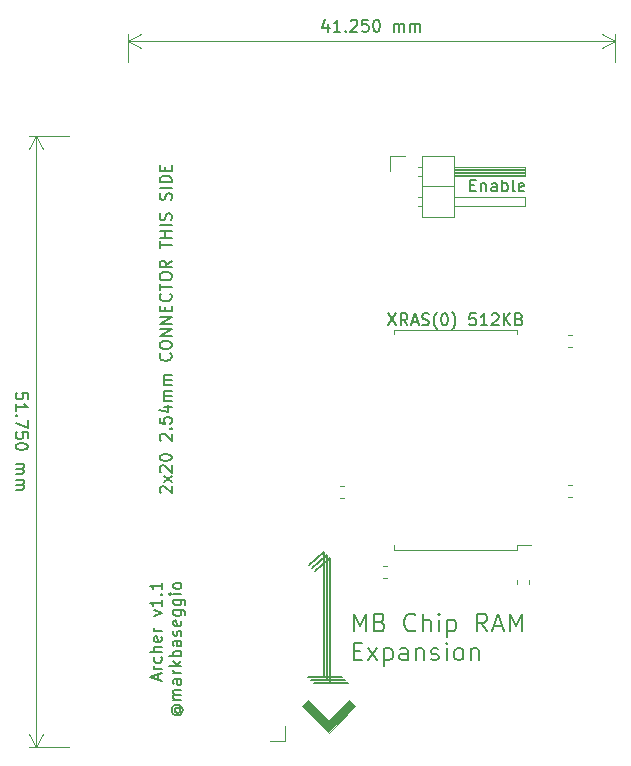
<source format=gbr>
G04 #@! TF.GenerationSoftware,KiCad,Pcbnew,(5.1.4)-1*
G04 #@! TF.CreationDate,2019-12-17T11:04:36-05:00*
G04 #@! TF.ProjectId,a500plus-chipram-expansion,61353030-706c-4757-932d-636869707261,rev?*
G04 #@! TF.SameCoordinates,Original*
G04 #@! TF.FileFunction,Legend,Top*
G04 #@! TF.FilePolarity,Positive*
%FSLAX46Y46*%
G04 Gerber Fmt 4.6, Leading zero omitted, Abs format (unit mm)*
G04 Created by KiCad (PCBNEW (5.1.4)-1) date 2019-12-17 11:04:36*
%MOMM*%
%LPD*%
G04 APERTURE LIST*
%ADD10C,0.200000*%
%ADD11C,0.150000*%
%ADD12C,0.100000*%
%ADD13C,0.120000*%
G04 APERTURE END LIST*
D10*
X85900000Y-69000000D02*
X85900000Y-79600000D01*
X84600000Y-70100000D02*
X85900000Y-69000000D01*
X84500000Y-79600000D02*
X87400000Y-79600000D01*
X85650000Y-68750000D02*
X85650000Y-79350000D01*
X84350000Y-69850000D02*
X85650000Y-68750000D01*
X84250000Y-79350000D02*
X87150000Y-79350000D01*
X85400000Y-68500000D02*
X85400000Y-79100000D01*
X84100000Y-69600000D02*
X85400000Y-68500000D01*
X84000000Y-79100000D02*
X86900000Y-79100000D01*
D11*
X71547619Y-63480952D02*
X71500000Y-63433333D01*
X71452380Y-63338095D01*
X71452380Y-63100000D01*
X71500000Y-63004761D01*
X71547619Y-62957142D01*
X71642857Y-62909523D01*
X71738095Y-62909523D01*
X71880952Y-62957142D01*
X72452380Y-63528571D01*
X72452380Y-62909523D01*
X72452380Y-62576190D02*
X71785714Y-62052380D01*
X71785714Y-62576190D02*
X72452380Y-62052380D01*
X71547619Y-61719047D02*
X71500000Y-61671428D01*
X71452380Y-61576190D01*
X71452380Y-61338095D01*
X71500000Y-61242857D01*
X71547619Y-61195238D01*
X71642857Y-61147619D01*
X71738095Y-61147619D01*
X71880952Y-61195238D01*
X72452380Y-61766666D01*
X72452380Y-61147619D01*
X71452380Y-60528571D02*
X71452380Y-60433333D01*
X71500000Y-60338095D01*
X71547619Y-60290476D01*
X71642857Y-60242857D01*
X71833333Y-60195238D01*
X72071428Y-60195238D01*
X72261904Y-60242857D01*
X72357142Y-60290476D01*
X72404761Y-60338095D01*
X72452380Y-60433333D01*
X72452380Y-60528571D01*
X72404761Y-60623809D01*
X72357142Y-60671428D01*
X72261904Y-60719047D01*
X72071428Y-60766666D01*
X71833333Y-60766666D01*
X71642857Y-60719047D01*
X71547619Y-60671428D01*
X71500000Y-60623809D01*
X71452380Y-60528571D01*
X71547619Y-59052380D02*
X71500000Y-59004761D01*
X71452380Y-58909523D01*
X71452380Y-58671428D01*
X71500000Y-58576190D01*
X71547619Y-58528571D01*
X71642857Y-58480952D01*
X71738095Y-58480952D01*
X71880952Y-58528571D01*
X72452380Y-59100000D01*
X72452380Y-58480952D01*
X72357142Y-58052380D02*
X72404761Y-58004761D01*
X72452380Y-58052380D01*
X72404761Y-58100000D01*
X72357142Y-58052380D01*
X72452380Y-58052380D01*
X71452380Y-57100000D02*
X71452380Y-57576190D01*
X71928571Y-57623809D01*
X71880952Y-57576190D01*
X71833333Y-57480952D01*
X71833333Y-57242857D01*
X71880952Y-57147619D01*
X71928571Y-57100000D01*
X72023809Y-57052380D01*
X72261904Y-57052380D01*
X72357142Y-57100000D01*
X72404761Y-57147619D01*
X72452380Y-57242857D01*
X72452380Y-57480952D01*
X72404761Y-57576190D01*
X72357142Y-57623809D01*
X71785714Y-56195238D02*
X72452380Y-56195238D01*
X71404761Y-56433333D02*
X72119047Y-56671428D01*
X72119047Y-56052380D01*
X72452380Y-55671428D02*
X71785714Y-55671428D01*
X71880952Y-55671428D02*
X71833333Y-55623809D01*
X71785714Y-55528571D01*
X71785714Y-55385714D01*
X71833333Y-55290476D01*
X71928571Y-55242857D01*
X72452380Y-55242857D01*
X71928571Y-55242857D02*
X71833333Y-55195238D01*
X71785714Y-55100000D01*
X71785714Y-54957142D01*
X71833333Y-54861904D01*
X71928571Y-54814285D01*
X72452380Y-54814285D01*
X72452380Y-54338095D02*
X71785714Y-54338095D01*
X71880952Y-54338095D02*
X71833333Y-54290476D01*
X71785714Y-54195238D01*
X71785714Y-54052380D01*
X71833333Y-53957142D01*
X71928571Y-53909523D01*
X72452380Y-53909523D01*
X71928571Y-53909523D02*
X71833333Y-53861904D01*
X71785714Y-53766666D01*
X71785714Y-53623809D01*
X71833333Y-53528571D01*
X71928571Y-53480952D01*
X72452380Y-53480952D01*
X72357142Y-51671428D02*
X72404761Y-51719047D01*
X72452380Y-51861904D01*
X72452380Y-51957142D01*
X72404761Y-52100000D01*
X72309523Y-52195238D01*
X72214285Y-52242857D01*
X72023809Y-52290476D01*
X71880952Y-52290476D01*
X71690476Y-52242857D01*
X71595238Y-52195238D01*
X71500000Y-52100000D01*
X71452380Y-51957142D01*
X71452380Y-51861904D01*
X71500000Y-51719047D01*
X71547619Y-51671428D01*
X71452380Y-51052380D02*
X71452380Y-50861904D01*
X71500000Y-50766666D01*
X71595238Y-50671428D01*
X71785714Y-50623809D01*
X72119047Y-50623809D01*
X72309523Y-50671428D01*
X72404761Y-50766666D01*
X72452380Y-50861904D01*
X72452380Y-51052380D01*
X72404761Y-51147619D01*
X72309523Y-51242857D01*
X72119047Y-51290476D01*
X71785714Y-51290476D01*
X71595238Y-51242857D01*
X71500000Y-51147619D01*
X71452380Y-51052380D01*
X72452380Y-50195238D02*
X71452380Y-50195238D01*
X72452380Y-49623809D01*
X71452380Y-49623809D01*
X72452380Y-49147619D02*
X71452380Y-49147619D01*
X72452380Y-48576190D01*
X71452380Y-48576190D01*
X71928571Y-48100000D02*
X71928571Y-47766666D01*
X72452380Y-47623809D02*
X72452380Y-48100000D01*
X71452380Y-48100000D01*
X71452380Y-47623809D01*
X72357142Y-46623809D02*
X72404761Y-46671428D01*
X72452380Y-46814285D01*
X72452380Y-46909523D01*
X72404761Y-47052380D01*
X72309523Y-47147619D01*
X72214285Y-47195238D01*
X72023809Y-47242857D01*
X71880952Y-47242857D01*
X71690476Y-47195238D01*
X71595238Y-47147619D01*
X71500000Y-47052380D01*
X71452380Y-46909523D01*
X71452380Y-46814285D01*
X71500000Y-46671428D01*
X71547619Y-46623809D01*
X71452380Y-46338095D02*
X71452380Y-45766666D01*
X72452380Y-46052380D02*
X71452380Y-46052380D01*
X71452380Y-45242857D02*
X71452380Y-45052380D01*
X71500000Y-44957142D01*
X71595238Y-44861904D01*
X71785714Y-44814285D01*
X72119047Y-44814285D01*
X72309523Y-44861904D01*
X72404761Y-44957142D01*
X72452380Y-45052380D01*
X72452380Y-45242857D01*
X72404761Y-45338095D01*
X72309523Y-45433333D01*
X72119047Y-45480952D01*
X71785714Y-45480952D01*
X71595238Y-45433333D01*
X71500000Y-45338095D01*
X71452380Y-45242857D01*
X72452380Y-43814285D02*
X71976190Y-44147619D01*
X72452380Y-44385714D02*
X71452380Y-44385714D01*
X71452380Y-44004761D01*
X71500000Y-43909523D01*
X71547619Y-43861904D01*
X71642857Y-43814285D01*
X71785714Y-43814285D01*
X71880952Y-43861904D01*
X71928571Y-43909523D01*
X71976190Y-44004761D01*
X71976190Y-44385714D01*
X71452380Y-42766666D02*
X71452380Y-42195238D01*
X72452380Y-42480952D02*
X71452380Y-42480952D01*
X72452380Y-41861904D02*
X71452380Y-41861904D01*
X71928571Y-41861904D02*
X71928571Y-41290476D01*
X72452380Y-41290476D02*
X71452380Y-41290476D01*
X72452380Y-40814285D02*
X71452380Y-40814285D01*
X72404761Y-40385714D02*
X72452380Y-40242857D01*
X72452380Y-40004761D01*
X72404761Y-39909523D01*
X72357142Y-39861904D01*
X72261904Y-39814285D01*
X72166666Y-39814285D01*
X72071428Y-39861904D01*
X72023809Y-39909523D01*
X71976190Y-40004761D01*
X71928571Y-40195238D01*
X71880952Y-40290476D01*
X71833333Y-40338095D01*
X71738095Y-40385714D01*
X71642857Y-40385714D01*
X71547619Y-40338095D01*
X71500000Y-40290476D01*
X71452380Y-40195238D01*
X71452380Y-39957142D01*
X71500000Y-39814285D01*
X72404761Y-38671428D02*
X72452380Y-38528571D01*
X72452380Y-38290476D01*
X72404761Y-38195238D01*
X72357142Y-38147619D01*
X72261904Y-38100000D01*
X72166666Y-38100000D01*
X72071428Y-38147619D01*
X72023809Y-38195238D01*
X71976190Y-38290476D01*
X71928571Y-38480952D01*
X71880952Y-38576190D01*
X71833333Y-38623809D01*
X71738095Y-38671428D01*
X71642857Y-38671428D01*
X71547619Y-38623809D01*
X71500000Y-38576190D01*
X71452380Y-38480952D01*
X71452380Y-38242857D01*
X71500000Y-38100000D01*
X72452380Y-37671428D02*
X71452380Y-37671428D01*
X72452380Y-37195238D02*
X71452380Y-37195238D01*
X71452380Y-36957142D01*
X71500000Y-36814285D01*
X71595238Y-36719047D01*
X71690476Y-36671428D01*
X71880952Y-36623809D01*
X72023809Y-36623809D01*
X72214285Y-36671428D01*
X72309523Y-36719047D01*
X72404761Y-36814285D01*
X72452380Y-36957142D01*
X72452380Y-37195238D01*
X71928571Y-36195238D02*
X71928571Y-35861904D01*
X72452380Y-35719047D02*
X72452380Y-36195238D01*
X71452380Y-36195238D01*
X71452380Y-35719047D01*
D12*
G36*
X88000000Y-81550000D02*
G01*
X85750000Y-83800000D01*
X83500000Y-81550000D01*
X84000000Y-81050000D01*
X85750000Y-82800000D01*
X87500000Y-81050000D01*
X88000000Y-81550000D01*
G37*
X88000000Y-81550000D02*
X85750000Y-83800000D01*
X83500000Y-81550000D01*
X84000000Y-81050000D01*
X85750000Y-82800000D01*
X87500000Y-81050000D01*
X88000000Y-81550000D01*
D11*
X60277619Y-55505952D02*
X60277619Y-55029761D01*
X59801428Y-54982142D01*
X59849047Y-55029761D01*
X59896666Y-55125000D01*
X59896666Y-55363095D01*
X59849047Y-55458333D01*
X59801428Y-55505952D01*
X59706190Y-55553571D01*
X59468095Y-55553571D01*
X59372857Y-55505952D01*
X59325238Y-55458333D01*
X59277619Y-55363095D01*
X59277619Y-55125000D01*
X59325238Y-55029761D01*
X59372857Y-54982142D01*
X59277619Y-56505952D02*
X59277619Y-55934523D01*
X59277619Y-56220238D02*
X60277619Y-56220238D01*
X60134761Y-56125000D01*
X60039523Y-56029761D01*
X59991904Y-55934523D01*
X59372857Y-56934523D02*
X59325238Y-56982142D01*
X59277619Y-56934523D01*
X59325238Y-56886904D01*
X59372857Y-56934523D01*
X59277619Y-56934523D01*
X60277619Y-57315476D02*
X60277619Y-57982142D01*
X59277619Y-57553571D01*
X60277619Y-58839285D02*
X60277619Y-58363095D01*
X59801428Y-58315476D01*
X59849047Y-58363095D01*
X59896666Y-58458333D01*
X59896666Y-58696428D01*
X59849047Y-58791666D01*
X59801428Y-58839285D01*
X59706190Y-58886904D01*
X59468095Y-58886904D01*
X59372857Y-58839285D01*
X59325238Y-58791666D01*
X59277619Y-58696428D01*
X59277619Y-58458333D01*
X59325238Y-58363095D01*
X59372857Y-58315476D01*
X60277619Y-59505952D02*
X60277619Y-59601190D01*
X60230000Y-59696428D01*
X60182380Y-59744047D01*
X60087142Y-59791666D01*
X59896666Y-59839285D01*
X59658571Y-59839285D01*
X59468095Y-59791666D01*
X59372857Y-59744047D01*
X59325238Y-59696428D01*
X59277619Y-59601190D01*
X59277619Y-59505952D01*
X59325238Y-59410714D01*
X59372857Y-59363095D01*
X59468095Y-59315476D01*
X59658571Y-59267857D01*
X59896666Y-59267857D01*
X60087142Y-59315476D01*
X60182380Y-59363095D01*
X60230000Y-59410714D01*
X60277619Y-59505952D01*
X59277619Y-61029761D02*
X59944285Y-61029761D01*
X59849047Y-61029761D02*
X59896666Y-61077380D01*
X59944285Y-61172619D01*
X59944285Y-61315476D01*
X59896666Y-61410714D01*
X59801428Y-61458333D01*
X59277619Y-61458333D01*
X59801428Y-61458333D02*
X59896666Y-61505952D01*
X59944285Y-61601190D01*
X59944285Y-61744047D01*
X59896666Y-61839285D01*
X59801428Y-61886904D01*
X59277619Y-61886904D01*
X59277619Y-62363095D02*
X59944285Y-62363095D01*
X59849047Y-62363095D02*
X59896666Y-62410714D01*
X59944285Y-62505952D01*
X59944285Y-62648809D01*
X59896666Y-62744047D01*
X59801428Y-62791666D01*
X59277619Y-62791666D01*
X59801428Y-62791666D02*
X59896666Y-62839285D01*
X59944285Y-62934523D01*
X59944285Y-63077380D01*
X59896666Y-63172619D01*
X59801428Y-63220238D01*
X59277619Y-63220238D01*
D13*
X61000000Y-33250000D02*
X61000000Y-85000000D01*
X63750000Y-33250000D02*
X60413579Y-33250000D01*
X63750000Y-85000000D02*
X60413579Y-85000000D01*
X61000000Y-85000000D02*
X60413579Y-83873496D01*
X61000000Y-85000000D02*
X61586421Y-83873496D01*
X61000000Y-33250000D02*
X60413579Y-34376504D01*
X61000000Y-33250000D02*
X61586421Y-34376504D01*
D11*
X85708333Y-23765714D02*
X85708333Y-24432380D01*
X85470238Y-23384761D02*
X85232142Y-24099047D01*
X85851190Y-24099047D01*
X86755952Y-24432380D02*
X86184523Y-24432380D01*
X86470238Y-24432380D02*
X86470238Y-23432380D01*
X86375000Y-23575238D01*
X86279761Y-23670476D01*
X86184523Y-23718095D01*
X87184523Y-24337142D02*
X87232142Y-24384761D01*
X87184523Y-24432380D01*
X87136904Y-24384761D01*
X87184523Y-24337142D01*
X87184523Y-24432380D01*
X87613095Y-23527619D02*
X87660714Y-23480000D01*
X87755952Y-23432380D01*
X87994047Y-23432380D01*
X88089285Y-23480000D01*
X88136904Y-23527619D01*
X88184523Y-23622857D01*
X88184523Y-23718095D01*
X88136904Y-23860952D01*
X87565476Y-24432380D01*
X88184523Y-24432380D01*
X89089285Y-23432380D02*
X88613095Y-23432380D01*
X88565476Y-23908571D01*
X88613095Y-23860952D01*
X88708333Y-23813333D01*
X88946428Y-23813333D01*
X89041666Y-23860952D01*
X89089285Y-23908571D01*
X89136904Y-24003809D01*
X89136904Y-24241904D01*
X89089285Y-24337142D01*
X89041666Y-24384761D01*
X88946428Y-24432380D01*
X88708333Y-24432380D01*
X88613095Y-24384761D01*
X88565476Y-24337142D01*
X89755952Y-23432380D02*
X89851190Y-23432380D01*
X89946428Y-23480000D01*
X89994047Y-23527619D01*
X90041666Y-23622857D01*
X90089285Y-23813333D01*
X90089285Y-24051428D01*
X90041666Y-24241904D01*
X89994047Y-24337142D01*
X89946428Y-24384761D01*
X89851190Y-24432380D01*
X89755952Y-24432380D01*
X89660714Y-24384761D01*
X89613095Y-24337142D01*
X89565476Y-24241904D01*
X89517857Y-24051428D01*
X89517857Y-23813333D01*
X89565476Y-23622857D01*
X89613095Y-23527619D01*
X89660714Y-23480000D01*
X89755952Y-23432380D01*
X91279761Y-24432380D02*
X91279761Y-23765714D01*
X91279761Y-23860952D02*
X91327380Y-23813333D01*
X91422619Y-23765714D01*
X91565476Y-23765714D01*
X91660714Y-23813333D01*
X91708333Y-23908571D01*
X91708333Y-24432380D01*
X91708333Y-23908571D02*
X91755952Y-23813333D01*
X91851190Y-23765714D01*
X91994047Y-23765714D01*
X92089285Y-23813333D01*
X92136904Y-23908571D01*
X92136904Y-24432380D01*
X92613095Y-24432380D02*
X92613095Y-23765714D01*
X92613095Y-23860952D02*
X92660714Y-23813333D01*
X92755952Y-23765714D01*
X92898809Y-23765714D01*
X92994047Y-23813333D01*
X93041666Y-23908571D01*
X93041666Y-24432380D01*
X93041666Y-23908571D02*
X93089285Y-23813333D01*
X93184523Y-23765714D01*
X93327380Y-23765714D01*
X93422619Y-23813333D01*
X93470238Y-23908571D01*
X93470238Y-24432380D01*
D13*
X68750000Y-25250000D02*
X110000000Y-25250000D01*
X68750000Y-27000000D02*
X68750000Y-24663579D01*
X110000000Y-27000000D02*
X110000000Y-24663579D01*
X110000000Y-25250000D02*
X108873496Y-25836421D01*
X110000000Y-25250000D02*
X108873496Y-24663579D01*
X68750000Y-25250000D02*
X69876504Y-25836421D01*
X68750000Y-25250000D02*
X69876504Y-24663579D01*
D11*
X71341666Y-79326071D02*
X71341666Y-78849880D01*
X71627380Y-79421309D02*
X70627380Y-79087976D01*
X71627380Y-78754642D01*
X71627380Y-78421309D02*
X70960714Y-78421309D01*
X71151190Y-78421309D02*
X71055952Y-78373690D01*
X71008333Y-78326071D01*
X70960714Y-78230833D01*
X70960714Y-78135595D01*
X71579761Y-77373690D02*
X71627380Y-77468928D01*
X71627380Y-77659404D01*
X71579761Y-77754642D01*
X71532142Y-77802261D01*
X71436904Y-77849880D01*
X71151190Y-77849880D01*
X71055952Y-77802261D01*
X71008333Y-77754642D01*
X70960714Y-77659404D01*
X70960714Y-77468928D01*
X71008333Y-77373690D01*
X71627380Y-76945119D02*
X70627380Y-76945119D01*
X71627380Y-76516547D02*
X71103571Y-76516547D01*
X71008333Y-76564166D01*
X70960714Y-76659404D01*
X70960714Y-76802261D01*
X71008333Y-76897500D01*
X71055952Y-76945119D01*
X71579761Y-75659404D02*
X71627380Y-75754642D01*
X71627380Y-75945119D01*
X71579761Y-76040357D01*
X71484523Y-76087976D01*
X71103571Y-76087976D01*
X71008333Y-76040357D01*
X70960714Y-75945119D01*
X70960714Y-75754642D01*
X71008333Y-75659404D01*
X71103571Y-75611785D01*
X71198809Y-75611785D01*
X71294047Y-76087976D01*
X71627380Y-75183214D02*
X70960714Y-75183214D01*
X71151190Y-75183214D02*
X71055952Y-75135595D01*
X71008333Y-75087976D01*
X70960714Y-74992738D01*
X70960714Y-74897500D01*
X70960714Y-73897500D02*
X71627380Y-73659404D01*
X70960714Y-73421309D01*
X71627380Y-72516547D02*
X71627380Y-73087976D01*
X71627380Y-72802261D02*
X70627380Y-72802261D01*
X70770238Y-72897500D01*
X70865476Y-72992738D01*
X70913095Y-73087976D01*
X71532142Y-72087976D02*
X71579761Y-72040357D01*
X71627380Y-72087976D01*
X71579761Y-72135595D01*
X71532142Y-72087976D01*
X71627380Y-72087976D01*
X71627380Y-71087976D02*
X71627380Y-71659404D01*
X71627380Y-71373690D02*
X70627380Y-71373690D01*
X70770238Y-71468928D01*
X70865476Y-71564166D01*
X70913095Y-71659404D01*
X72801190Y-81659404D02*
X72753571Y-81707023D01*
X72705952Y-81802261D01*
X72705952Y-81897500D01*
X72753571Y-81992738D01*
X72801190Y-82040357D01*
X72896428Y-82087976D01*
X72991666Y-82087976D01*
X73086904Y-82040357D01*
X73134523Y-81992738D01*
X73182142Y-81897500D01*
X73182142Y-81802261D01*
X73134523Y-81707023D01*
X73086904Y-81659404D01*
X72705952Y-81659404D02*
X73086904Y-81659404D01*
X73134523Y-81611785D01*
X73134523Y-81564166D01*
X73086904Y-81468928D01*
X72991666Y-81421309D01*
X72753571Y-81421309D01*
X72610714Y-81516547D01*
X72515476Y-81659404D01*
X72467857Y-81849880D01*
X72515476Y-82040357D01*
X72610714Y-82183214D01*
X72753571Y-82278452D01*
X72944047Y-82326071D01*
X73134523Y-82278452D01*
X73277380Y-82183214D01*
X73372619Y-82040357D01*
X73420238Y-81849880D01*
X73372619Y-81659404D01*
X73277380Y-81516547D01*
X73277380Y-80992738D02*
X72610714Y-80992738D01*
X72705952Y-80992738D02*
X72658333Y-80945119D01*
X72610714Y-80849880D01*
X72610714Y-80707023D01*
X72658333Y-80611785D01*
X72753571Y-80564166D01*
X73277380Y-80564166D01*
X72753571Y-80564166D02*
X72658333Y-80516547D01*
X72610714Y-80421309D01*
X72610714Y-80278452D01*
X72658333Y-80183214D01*
X72753571Y-80135595D01*
X73277380Y-80135595D01*
X73277380Y-79230833D02*
X72753571Y-79230833D01*
X72658333Y-79278452D01*
X72610714Y-79373690D01*
X72610714Y-79564166D01*
X72658333Y-79659404D01*
X73229761Y-79230833D02*
X73277380Y-79326071D01*
X73277380Y-79564166D01*
X73229761Y-79659404D01*
X73134523Y-79707023D01*
X73039285Y-79707023D01*
X72944047Y-79659404D01*
X72896428Y-79564166D01*
X72896428Y-79326071D01*
X72848809Y-79230833D01*
X73277380Y-78754642D02*
X72610714Y-78754642D01*
X72801190Y-78754642D02*
X72705952Y-78707023D01*
X72658333Y-78659404D01*
X72610714Y-78564166D01*
X72610714Y-78468928D01*
X73277380Y-78135595D02*
X72277380Y-78135595D01*
X72896428Y-78040357D02*
X73277380Y-77754642D01*
X72610714Y-77754642D02*
X72991666Y-78135595D01*
X73277380Y-77326071D02*
X72277380Y-77326071D01*
X72658333Y-77326071D02*
X72610714Y-77230833D01*
X72610714Y-77040357D01*
X72658333Y-76945119D01*
X72705952Y-76897500D01*
X72801190Y-76849880D01*
X73086904Y-76849880D01*
X73182142Y-76897500D01*
X73229761Y-76945119D01*
X73277380Y-77040357D01*
X73277380Y-77230833D01*
X73229761Y-77326071D01*
X73277380Y-75992738D02*
X72753571Y-75992738D01*
X72658333Y-76040357D01*
X72610714Y-76135595D01*
X72610714Y-76326071D01*
X72658333Y-76421309D01*
X73229761Y-75992738D02*
X73277380Y-76087976D01*
X73277380Y-76326071D01*
X73229761Y-76421309D01*
X73134523Y-76468928D01*
X73039285Y-76468928D01*
X72944047Y-76421309D01*
X72896428Y-76326071D01*
X72896428Y-76087976D01*
X72848809Y-75992738D01*
X73229761Y-75564166D02*
X73277380Y-75468928D01*
X73277380Y-75278452D01*
X73229761Y-75183214D01*
X73134523Y-75135595D01*
X73086904Y-75135595D01*
X72991666Y-75183214D01*
X72944047Y-75278452D01*
X72944047Y-75421309D01*
X72896428Y-75516547D01*
X72801190Y-75564166D01*
X72753571Y-75564166D01*
X72658333Y-75516547D01*
X72610714Y-75421309D01*
X72610714Y-75278452D01*
X72658333Y-75183214D01*
X73229761Y-74326071D02*
X73277380Y-74421309D01*
X73277380Y-74611785D01*
X73229761Y-74707023D01*
X73134523Y-74754642D01*
X72753571Y-74754642D01*
X72658333Y-74707023D01*
X72610714Y-74611785D01*
X72610714Y-74421309D01*
X72658333Y-74326071D01*
X72753571Y-74278452D01*
X72848809Y-74278452D01*
X72944047Y-74754642D01*
X72610714Y-73421309D02*
X73420238Y-73421309D01*
X73515476Y-73468928D01*
X73563095Y-73516547D01*
X73610714Y-73611785D01*
X73610714Y-73754642D01*
X73563095Y-73849880D01*
X73229761Y-73421309D02*
X73277380Y-73516547D01*
X73277380Y-73707023D01*
X73229761Y-73802261D01*
X73182142Y-73849880D01*
X73086904Y-73897500D01*
X72801190Y-73897500D01*
X72705952Y-73849880D01*
X72658333Y-73802261D01*
X72610714Y-73707023D01*
X72610714Y-73516547D01*
X72658333Y-73421309D01*
X72610714Y-72516547D02*
X73420238Y-72516547D01*
X73515476Y-72564166D01*
X73563095Y-72611785D01*
X73610714Y-72707023D01*
X73610714Y-72849880D01*
X73563095Y-72945119D01*
X73229761Y-72516547D02*
X73277380Y-72611785D01*
X73277380Y-72802261D01*
X73229761Y-72897500D01*
X73182142Y-72945119D01*
X73086904Y-72992738D01*
X72801190Y-72992738D01*
X72705952Y-72945119D01*
X72658333Y-72897500D01*
X72610714Y-72802261D01*
X72610714Y-72611785D01*
X72658333Y-72516547D01*
X73277380Y-72040357D02*
X72610714Y-72040357D01*
X72277380Y-72040357D02*
X72325000Y-72087976D01*
X72372619Y-72040357D01*
X72325000Y-71992738D01*
X72277380Y-72040357D01*
X72372619Y-72040357D01*
X73277380Y-71421309D02*
X73229761Y-71516547D01*
X73182142Y-71564166D01*
X73086904Y-71611785D01*
X72801190Y-71611785D01*
X72705952Y-71564166D01*
X72658333Y-71516547D01*
X72610714Y-71421309D01*
X72610714Y-71278452D01*
X72658333Y-71183214D01*
X72705952Y-71135595D01*
X72801190Y-71087976D01*
X73086904Y-71087976D01*
X73182142Y-71135595D01*
X73229761Y-71183214D01*
X73277380Y-71278452D01*
X73277380Y-71421309D01*
D10*
X87887142Y-75203571D02*
X87887142Y-73703571D01*
X88387142Y-74775000D01*
X88887142Y-73703571D01*
X88887142Y-75203571D01*
X90101428Y-74417857D02*
X90315714Y-74489285D01*
X90387142Y-74560714D01*
X90458571Y-74703571D01*
X90458571Y-74917857D01*
X90387142Y-75060714D01*
X90315714Y-75132142D01*
X90172857Y-75203571D01*
X89601428Y-75203571D01*
X89601428Y-73703571D01*
X90101428Y-73703571D01*
X90244285Y-73775000D01*
X90315714Y-73846428D01*
X90387142Y-73989285D01*
X90387142Y-74132142D01*
X90315714Y-74275000D01*
X90244285Y-74346428D01*
X90101428Y-74417857D01*
X89601428Y-74417857D01*
X93101428Y-75060714D02*
X93030000Y-75132142D01*
X92815714Y-75203571D01*
X92672857Y-75203571D01*
X92458571Y-75132142D01*
X92315714Y-74989285D01*
X92244285Y-74846428D01*
X92172857Y-74560714D01*
X92172857Y-74346428D01*
X92244285Y-74060714D01*
X92315714Y-73917857D01*
X92458571Y-73775000D01*
X92672857Y-73703571D01*
X92815714Y-73703571D01*
X93030000Y-73775000D01*
X93101428Y-73846428D01*
X93744285Y-75203571D02*
X93744285Y-73703571D01*
X94387142Y-75203571D02*
X94387142Y-74417857D01*
X94315714Y-74275000D01*
X94172857Y-74203571D01*
X93958571Y-74203571D01*
X93815714Y-74275000D01*
X93744285Y-74346428D01*
X95101428Y-75203571D02*
X95101428Y-74203571D01*
X95101428Y-73703571D02*
X95030000Y-73775000D01*
X95101428Y-73846428D01*
X95172857Y-73775000D01*
X95101428Y-73703571D01*
X95101428Y-73846428D01*
X95815714Y-74203571D02*
X95815714Y-75703571D01*
X95815714Y-74275000D02*
X95958571Y-74203571D01*
X96244285Y-74203571D01*
X96387142Y-74275000D01*
X96458571Y-74346428D01*
X96530000Y-74489285D01*
X96530000Y-74917857D01*
X96458571Y-75060714D01*
X96387142Y-75132142D01*
X96244285Y-75203571D01*
X95958571Y-75203571D01*
X95815714Y-75132142D01*
X99172857Y-75203571D02*
X98672857Y-74489285D01*
X98315714Y-75203571D02*
X98315714Y-73703571D01*
X98887142Y-73703571D01*
X99030000Y-73775000D01*
X99101428Y-73846428D01*
X99172857Y-73989285D01*
X99172857Y-74203571D01*
X99101428Y-74346428D01*
X99030000Y-74417857D01*
X98887142Y-74489285D01*
X98315714Y-74489285D01*
X99744285Y-74775000D02*
X100458571Y-74775000D01*
X99601428Y-75203571D02*
X100101428Y-73703571D01*
X100601428Y-75203571D01*
X101101428Y-75203571D02*
X101101428Y-73703571D01*
X101601428Y-74775000D01*
X102101428Y-73703571D01*
X102101428Y-75203571D01*
X87887142Y-76867857D02*
X88387142Y-76867857D01*
X88601428Y-77653571D02*
X87887142Y-77653571D01*
X87887142Y-76153571D01*
X88601428Y-76153571D01*
X89101428Y-77653571D02*
X89887142Y-76653571D01*
X89101428Y-76653571D02*
X89887142Y-77653571D01*
X90458571Y-76653571D02*
X90458571Y-78153571D01*
X90458571Y-76725000D02*
X90601428Y-76653571D01*
X90887142Y-76653571D01*
X91030000Y-76725000D01*
X91101428Y-76796428D01*
X91172857Y-76939285D01*
X91172857Y-77367857D01*
X91101428Y-77510714D01*
X91030000Y-77582142D01*
X90887142Y-77653571D01*
X90601428Y-77653571D01*
X90458571Y-77582142D01*
X92458571Y-77653571D02*
X92458571Y-76867857D01*
X92387142Y-76725000D01*
X92244285Y-76653571D01*
X91958571Y-76653571D01*
X91815714Y-76725000D01*
X92458571Y-77582142D02*
X92315714Y-77653571D01*
X91958571Y-77653571D01*
X91815714Y-77582142D01*
X91744285Y-77439285D01*
X91744285Y-77296428D01*
X91815714Y-77153571D01*
X91958571Y-77082142D01*
X92315714Y-77082142D01*
X92458571Y-77010714D01*
X93172857Y-76653571D02*
X93172857Y-77653571D01*
X93172857Y-76796428D02*
X93244285Y-76725000D01*
X93387142Y-76653571D01*
X93601428Y-76653571D01*
X93744285Y-76725000D01*
X93815714Y-76867857D01*
X93815714Y-77653571D01*
X94458571Y-77582142D02*
X94601428Y-77653571D01*
X94887142Y-77653571D01*
X95030000Y-77582142D01*
X95101428Y-77439285D01*
X95101428Y-77367857D01*
X95030000Y-77225000D01*
X94887142Y-77153571D01*
X94672857Y-77153571D01*
X94530000Y-77082142D01*
X94458571Y-76939285D01*
X94458571Y-76867857D01*
X94530000Y-76725000D01*
X94672857Y-76653571D01*
X94887142Y-76653571D01*
X95030000Y-76725000D01*
X95744285Y-77653571D02*
X95744285Y-76653571D01*
X95744285Y-76153571D02*
X95672857Y-76225000D01*
X95744285Y-76296428D01*
X95815714Y-76225000D01*
X95744285Y-76153571D01*
X95744285Y-76296428D01*
X96672857Y-77653571D02*
X96530000Y-77582142D01*
X96458571Y-77510714D01*
X96387142Y-77367857D01*
X96387142Y-76939285D01*
X96458571Y-76796428D01*
X96530000Y-76725000D01*
X96672857Y-76653571D01*
X96887142Y-76653571D01*
X97030000Y-76725000D01*
X97101428Y-76796428D01*
X97172857Y-76939285D01*
X97172857Y-77367857D01*
X97101428Y-77510714D01*
X97030000Y-77582142D01*
X96887142Y-77653571D01*
X96672857Y-77653571D01*
X97815714Y-76653571D02*
X97815714Y-77653571D01*
X97815714Y-76796428D02*
X97887142Y-76725000D01*
X98030000Y-76653571D01*
X98244285Y-76653571D01*
X98387142Y-76725000D01*
X98458571Y-76867857D01*
X98458571Y-77653571D01*
D13*
X82020000Y-83250000D02*
X82020000Y-84520000D01*
X82020000Y-84520000D02*
X80750000Y-84520000D01*
X90696267Y-69690000D02*
X90353733Y-69690000D01*
X90696267Y-70710000D02*
X90353733Y-70710000D01*
X87071267Y-62890000D02*
X86728733Y-62890000D01*
X87071267Y-63910000D02*
X86728733Y-63910000D01*
X106053733Y-51110000D02*
X106396267Y-51110000D01*
X106053733Y-50090000D02*
X106396267Y-50090000D01*
X106053733Y-63810000D02*
X106396267Y-63810000D01*
X106053733Y-62790000D02*
X106396267Y-62790000D01*
X101690000Y-70853733D02*
X101690000Y-71196267D01*
X102710000Y-70853733D02*
X102710000Y-71196267D01*
X101690000Y-67935000D02*
X102850000Y-67935000D01*
X101690000Y-68315000D02*
X101690000Y-67935000D01*
X96500000Y-68315000D02*
X101690000Y-68315000D01*
X91310000Y-68315000D02*
X91310000Y-67935000D01*
X96500000Y-68315000D02*
X91310000Y-68315000D01*
X101690000Y-49685000D02*
X101690000Y-50065000D01*
X96500000Y-49685000D02*
X101690000Y-49685000D01*
X91310000Y-49685000D02*
X91310000Y-50065000D01*
X96500000Y-49685000D02*
X91310000Y-49685000D01*
X90980000Y-34980000D02*
X92250000Y-34980000D01*
X90980000Y-36250000D02*
X90980000Y-34980000D01*
X93292929Y-39170000D02*
X93690000Y-39170000D01*
X93292929Y-38410000D02*
X93690000Y-38410000D01*
X102350000Y-39170000D02*
X96350000Y-39170000D01*
X102350000Y-38410000D02*
X102350000Y-39170000D01*
X96350000Y-38410000D02*
X102350000Y-38410000D01*
X93690000Y-37520000D02*
X96350000Y-37520000D01*
X93360000Y-36630000D02*
X93690000Y-36630000D01*
X93360000Y-35870000D02*
X93690000Y-35870000D01*
X96350000Y-36530000D02*
X102350000Y-36530000D01*
X96350000Y-36410000D02*
X102350000Y-36410000D01*
X96350000Y-36290000D02*
X102350000Y-36290000D01*
X96350000Y-36170000D02*
X102350000Y-36170000D01*
X96350000Y-36050000D02*
X102350000Y-36050000D01*
X96350000Y-35930000D02*
X102350000Y-35930000D01*
X102350000Y-36630000D02*
X96350000Y-36630000D01*
X102350000Y-35870000D02*
X102350000Y-36630000D01*
X96350000Y-35870000D02*
X102350000Y-35870000D01*
X96350000Y-34920000D02*
X93690000Y-34920000D01*
X96350000Y-40120000D02*
X96350000Y-34920000D01*
X93690000Y-40120000D02*
X96350000Y-40120000D01*
X93690000Y-34920000D02*
X93690000Y-40120000D01*
D11*
X90809523Y-48292380D02*
X91476190Y-49292380D01*
X91476190Y-48292380D02*
X90809523Y-49292380D01*
X92428571Y-49292380D02*
X92095238Y-48816190D01*
X91857142Y-49292380D02*
X91857142Y-48292380D01*
X92238095Y-48292380D01*
X92333333Y-48340000D01*
X92380952Y-48387619D01*
X92428571Y-48482857D01*
X92428571Y-48625714D01*
X92380952Y-48720952D01*
X92333333Y-48768571D01*
X92238095Y-48816190D01*
X91857142Y-48816190D01*
X92809523Y-49006666D02*
X93285714Y-49006666D01*
X92714285Y-49292380D02*
X93047619Y-48292380D01*
X93380952Y-49292380D01*
X93666666Y-49244761D02*
X93809523Y-49292380D01*
X94047619Y-49292380D01*
X94142857Y-49244761D01*
X94190476Y-49197142D01*
X94238095Y-49101904D01*
X94238095Y-49006666D01*
X94190476Y-48911428D01*
X94142857Y-48863809D01*
X94047619Y-48816190D01*
X93857142Y-48768571D01*
X93761904Y-48720952D01*
X93714285Y-48673333D01*
X93666666Y-48578095D01*
X93666666Y-48482857D01*
X93714285Y-48387619D01*
X93761904Y-48340000D01*
X93857142Y-48292380D01*
X94095238Y-48292380D01*
X94238095Y-48340000D01*
X94952380Y-49673333D02*
X94904761Y-49625714D01*
X94809523Y-49482857D01*
X94761904Y-49387619D01*
X94714285Y-49244761D01*
X94666666Y-49006666D01*
X94666666Y-48816190D01*
X94714285Y-48578095D01*
X94761904Y-48435238D01*
X94809523Y-48340000D01*
X94904761Y-48197142D01*
X94952380Y-48149523D01*
X95523809Y-48292380D02*
X95619047Y-48292380D01*
X95714285Y-48340000D01*
X95761904Y-48387619D01*
X95809523Y-48482857D01*
X95857142Y-48673333D01*
X95857142Y-48911428D01*
X95809523Y-49101904D01*
X95761904Y-49197142D01*
X95714285Y-49244761D01*
X95619047Y-49292380D01*
X95523809Y-49292380D01*
X95428571Y-49244761D01*
X95380952Y-49197142D01*
X95333333Y-49101904D01*
X95285714Y-48911428D01*
X95285714Y-48673333D01*
X95333333Y-48482857D01*
X95380952Y-48387619D01*
X95428571Y-48340000D01*
X95523809Y-48292380D01*
X96190476Y-49673333D02*
X96238095Y-49625714D01*
X96333333Y-49482857D01*
X96380952Y-49387619D01*
X96428571Y-49244761D01*
X96476190Y-49006666D01*
X96476190Y-48816190D01*
X96428571Y-48578095D01*
X96380952Y-48435238D01*
X96333333Y-48340000D01*
X96238095Y-48197142D01*
X96190476Y-48149523D01*
X98190476Y-48292380D02*
X97714285Y-48292380D01*
X97666666Y-48768571D01*
X97714285Y-48720952D01*
X97809523Y-48673333D01*
X98047619Y-48673333D01*
X98142857Y-48720952D01*
X98190476Y-48768571D01*
X98238095Y-48863809D01*
X98238095Y-49101904D01*
X98190476Y-49197142D01*
X98142857Y-49244761D01*
X98047619Y-49292380D01*
X97809523Y-49292380D01*
X97714285Y-49244761D01*
X97666666Y-49197142D01*
X99190476Y-49292380D02*
X98619047Y-49292380D01*
X98904761Y-49292380D02*
X98904761Y-48292380D01*
X98809523Y-48435238D01*
X98714285Y-48530476D01*
X98619047Y-48578095D01*
X99571428Y-48387619D02*
X99619047Y-48340000D01*
X99714285Y-48292380D01*
X99952380Y-48292380D01*
X100047619Y-48340000D01*
X100095238Y-48387619D01*
X100142857Y-48482857D01*
X100142857Y-48578095D01*
X100095238Y-48720952D01*
X99523809Y-49292380D01*
X100142857Y-49292380D01*
X100571428Y-49292380D02*
X100571428Y-48292380D01*
X101142857Y-49292380D02*
X100714285Y-48720952D01*
X101142857Y-48292380D02*
X100571428Y-48863809D01*
X101904761Y-48768571D02*
X102047619Y-48816190D01*
X102095238Y-48863809D01*
X102142857Y-48959047D01*
X102142857Y-49101904D01*
X102095238Y-49197142D01*
X102047619Y-49244761D01*
X101952380Y-49292380D01*
X101571428Y-49292380D01*
X101571428Y-48292380D01*
X101904761Y-48292380D01*
X102000000Y-48340000D01*
X102047619Y-48387619D01*
X102095238Y-48482857D01*
X102095238Y-48578095D01*
X102047619Y-48673333D01*
X102000000Y-48720952D01*
X101904761Y-48768571D01*
X101571428Y-48768571D01*
X97738095Y-37428571D02*
X98071428Y-37428571D01*
X98214285Y-37952380D02*
X97738095Y-37952380D01*
X97738095Y-36952380D01*
X98214285Y-36952380D01*
X98642857Y-37285714D02*
X98642857Y-37952380D01*
X98642857Y-37380952D02*
X98690476Y-37333333D01*
X98785714Y-37285714D01*
X98928571Y-37285714D01*
X99023809Y-37333333D01*
X99071428Y-37428571D01*
X99071428Y-37952380D01*
X99976190Y-37952380D02*
X99976190Y-37428571D01*
X99928571Y-37333333D01*
X99833333Y-37285714D01*
X99642857Y-37285714D01*
X99547619Y-37333333D01*
X99976190Y-37904761D02*
X99880952Y-37952380D01*
X99642857Y-37952380D01*
X99547619Y-37904761D01*
X99500000Y-37809523D01*
X99500000Y-37714285D01*
X99547619Y-37619047D01*
X99642857Y-37571428D01*
X99880952Y-37571428D01*
X99976190Y-37523809D01*
X100452380Y-37952380D02*
X100452380Y-36952380D01*
X100452380Y-37333333D02*
X100547619Y-37285714D01*
X100738095Y-37285714D01*
X100833333Y-37333333D01*
X100880952Y-37380952D01*
X100928571Y-37476190D01*
X100928571Y-37761904D01*
X100880952Y-37857142D01*
X100833333Y-37904761D01*
X100738095Y-37952380D01*
X100547619Y-37952380D01*
X100452380Y-37904761D01*
X101500000Y-37952380D02*
X101404761Y-37904761D01*
X101357142Y-37809523D01*
X101357142Y-36952380D01*
X102261904Y-37904761D02*
X102166666Y-37952380D01*
X101976190Y-37952380D01*
X101880952Y-37904761D01*
X101833333Y-37809523D01*
X101833333Y-37428571D01*
X101880952Y-37333333D01*
X101976190Y-37285714D01*
X102166666Y-37285714D01*
X102261904Y-37333333D01*
X102309523Y-37428571D01*
X102309523Y-37523809D01*
X101833333Y-37619047D01*
M02*

</source>
